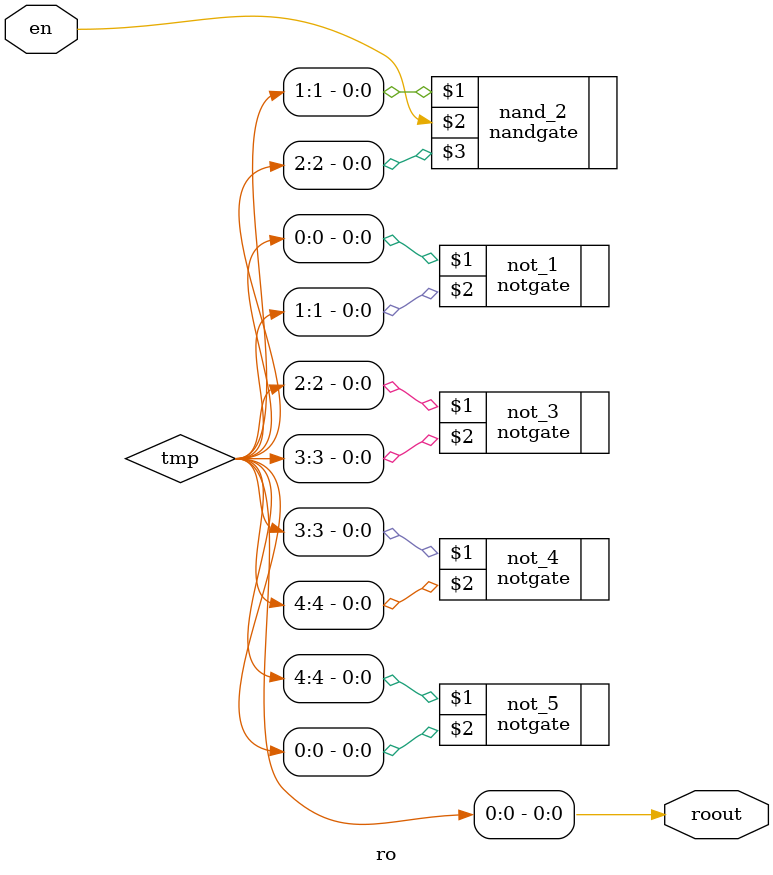
<source format=v>
module ro(en, roout);

    input en;
    output roout;

    wire [16:0] tmp /* synthesis syn_keep=1 */ ;

    notgate not_1(tmp[0], tmp[1]) /*synthesis syn_noprune=1*/ ;
    nandgate nand_2(tmp[1], en, tmp[2]) /*synthesis syn_noprune=1*/ ;
    notgate not_3(tmp[2], tmp[3]) /*synthesis syn_noprune=1*/ ;
    notgate not_4(tmp[3], tmp[4]) /*synthesis syn_noprune=1*/ ;
    notgate not_5(tmp[4], tmp[0]) /*synthesis syn_noprune=1*/ ;

    assign roout = tmp[0];

endmodule

</source>
